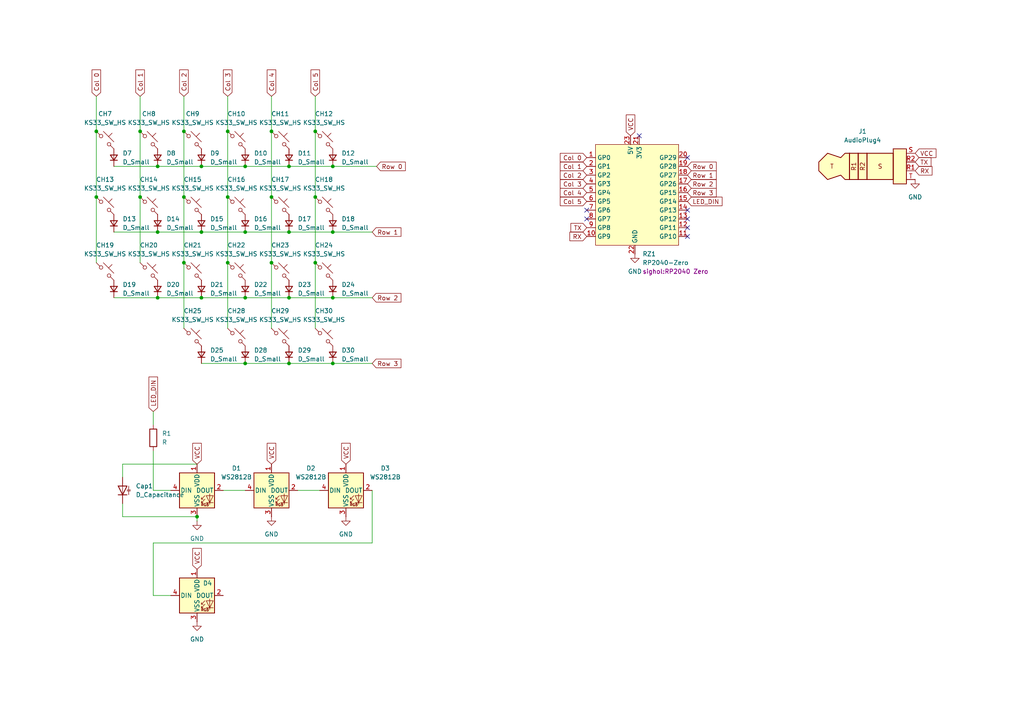
<source format=kicad_sch>
(kicad_sch (version 20250114) (generator "eeschema") (generator_version "9.0")
  (paper "A4")
  (lib_symbols
    (symbol "Connector_Audio:AudioPlug4"
      (property "Reference" "J" (at 10.16 5.08 0))
      (property "Value" "AudioPlug4" (at 11.43 -7.62 0))
      (symbol "AudioPlug4_0_0"
        (text "T" (at -8.89 -1.27 0) (effects (font (size 1.27 1.27))))
        (text "R1" (at -2.54 -1.27 900) (effects (font (size 1.27 1.27))))
        (text "R2" (at 0 -1.27 900) (effects (font (size 1.27 1.27))))
        (text "S" (at 5.08 -1.27 0) (effects (font (size 1.27 1.27))))
      )
      (symbol "AudioPlug4_0_1"
        (polyline (pts (xy -3.81 2.54) (xy -5.08 2.54) (xy -6.35 1.27) (xy -10.16 2.54) (xy -12.7 0) (xy -12.7 -2.54) (xy -10.16 -5.08) (xy -6.35 -3.81) (xy -5.08 -5.08) (xy -3.81 -5.08) (xy -3.81 2.54)) (stroke (width 0.254)) (fill (type background)))
        (rectangle (start -1.27 2.54) (end -3.81 -5.08) (stroke (width 0.254)) (fill (type background)))
        (rectangle (start 1.27 2.54) (end -1.27 -5.08) (stroke (width 0.254)) (fill (type background)))
        (rectangle (start 1.27 2.54) (end 8.89 -5.08) (stroke (width 0.254)) (fill (type background)))
        (rectangle (start 12.7 3.81) (end 8.89 -6.35) (stroke (width 0.254)) (fill (type background)))
      )
      (symbol "AudioPlug4_1_1"
        (pin passive line (at 15.24 2.54 180) (length 2.54) (name "~") (number "S"))
        (pin passive line (at 15.24 0 180) (length 2.54) (name "~") (number "R2"))
        (pin passive line (at 15.24 -2.54 180) (length 2.54) (name "~") (number "R1"))
        (pin passive line (at 15.24 -5.08 180) (length 2.54) (name "~") (number "T"))
      )
    )
    (symbol "Device:D_Capacitance" (pin_numbers (hide yes)) (pin_names (offset 1.016) (hide yes))
      (property "Reference" "D" (at 0 2.54 0))
      (property "Value" "D_Capacitance" (at 0 -3.302 0))
      (symbol "D_Capacitance_0_1"
        (polyline (pts (xy -1.27 1.27) (xy -1.27 -1.27)) (stroke (width 0.254)))
        (polyline (pts (xy -1.27 0) (xy 1.27 0)))
        (polyline (pts (xy -1.27 -1.778) (xy -0.1524 -1.778)))
        (polyline (pts (xy -0.1524 -1.27) (xy -0.1524 -2.286)))
        (polyline (pts (xy 0.1524 -1.27) (xy 0.1524 -2.286)))
        (polyline (pts (xy 0.1524 -1.778) (xy 1.27 -1.778)))
        (polyline (pts (xy 1.27 1.27) (xy 1.27 -1.27) (xy -1.27 0) (xy 1.27 1.27)) (stroke (width 0.254)))
      )
      (symbol "D_Capacitance_1_1"
        (pin passive line (at -3.81 0 0) (length 2.54) (name "K") (number "1"))
        (pin passive line (at 3.81 0 180) (length 2.54) (name "A") (number "2"))
      )
    )
    (symbol "Device:D_Small" (pin_numbers (hide yes)) (pin_names (offset 0.254) (hide yes))
      (property "Reference" "D" (at -1.27 2.032 0))
      (property "Value" "D_Small" (at -3.81 -2.032 0))
      (symbol "D_Small_0_1"
        (polyline (pts (xy -0.762 0) (xy 0.762 0)))
        (polyline (pts (xy -0.762 -1.016) (xy -0.762 1.016)) (stroke (width 0.254)))
        (polyline (pts (xy 0.762 -1.016) (xy -0.762 0) (xy 0.762 1.016) (xy 0.762 -1.016)) (stroke (width 0.254)))
      )
      (symbol "D_Small_1_1"
        (pin passive line (at -2.54 0 0) (length 1.778) (name "K") (number "1"))
        (pin passive line (at 2.54 0 180) (length 1.778) (name "A") (number "2"))
      )
    )
    (symbol "Device:R" (pin_numbers (hide yes)) (pin_names (offset 0))
      (property "Reference" "R" (at 2.032 0 90))
      (property "Value" "R" (at 0 0 90))
      (symbol "R_0_1"
        (rectangle (start -1.016 -2.54) (end 1.016 2.54) (stroke (width 0.254)))
      )
      (symbol "R_1_1"
        (pin passive line (at 0 3.81 270) (length 1.27) (name "~") (number "1"))
        (pin passive line (at 0 -3.81 90) (length 1.27) (name "~") (number "2"))
      )
    )
    (symbol "LED:WS2812B" (pin_names (offset 0.254))
      (property "Reference" "D" (at 5.08 5.715 0))
      (property "Value" "WS2812B" (at 1.27 -5.715 0))
      (symbol "WS2812B_0_0"
        (text "RGB" (at 2.286 -4.191 0) (effects (font (size 0.762 0.762))))
      )
      (symbol "WS2812B_0_1"
        (polyline (pts (xy 1.27 -2.54) (xy 1.778 -2.54)))
        (polyline (pts (xy 1.27 -3.556) (xy 1.778 -3.556)))
        (polyline (pts (xy 2.286 -1.524) (xy 1.27 -2.54) (xy 1.27 -2.032)))
        (polyline (pts (xy 2.286 -2.54) (xy 1.27 -3.556) (xy 1.27 -3.048)))
        (polyline (pts (xy 3.683 -1.016) (xy 3.683 -3.556) (xy 3.683 -4.064)))
        (polyline (pts (xy 4.699 -1.524) (xy 2.667 -1.524) (xy 3.683 -3.556) (xy 4.699 -1.524)))
        (polyline (pts (xy 4.699 -3.556) (xy 2.667 -3.556)))
        (rectangle (start 5.08 5.08) (end -5.08 -5.08) (stroke (width 0.254)) (fill (type background)))
      )
      (symbol "WS2812B_1_1"
        (pin input line (at -7.62 0 0) (length 2.54) (name "DIN") (number "4"))
        (pin power_in line (at 0 7.62 270) (length 2.54) (name "VDD") (number "1"))
        (pin power_in line (at 0 -7.62 90) (length 2.54) (name "VSS") (number "3"))
        (pin output line (at 7.62 0 180) (length 2.54) (name "DOUT") (number "2"))
      )
    )
    (symbol "PCM_marbastlib-gateron_lp:KS33_SW_HS_KS-2P02B01-02" (pin_numbers (hide yes)) (pin_names (offset 1.016) (hide yes))
      (property "Reference" "CH" (at 3.048 1.016 0))
      (property "Value" "KS33_SW_HS" (at 0 -3.81 0))
      (symbol "KS33_SW_HS_KS-2P02B01-02_0_1"
        (polyline (pts (xy -2.54 2.54) (xy -1.524 1.524) (xy -1.524 1.524)))
        (circle (center -1.1684 1.1684) (radius 0.508))
        (polyline (pts (xy -0.508 2.54) (xy 2.54 -0.508)))
        (polyline (pts (xy 1.016 1.016) (xy 2.032 2.032)))
        (circle (center 1.143 -1.1938) (radius 0.508))
        (polyline (pts (xy 1.524 -1.524) (xy 2.54 -2.54) (xy 2.54 -2.54) (xy 2.54 -2.54)))
        (pin passive line (at -2.54 2.54 0) (length 0) (name "1") (number "1"))
        (pin passive line (at 2.54 -2.54 180) (length 0) (name "2") (number "2"))
      )
    )
    (symbol "power:GND" (power) (pin_numbers (hide yes)) (pin_names (offset 0) (hide yes))
      (property "Value" "GND" (at 0 -3.81 0))
      (symbol "GND_0_1"
        (polyline (pts (xy 0 0) (xy 0 -1.27) (xy 1.27 -1.27) (xy 0 -2.54) (xy -1.27 -1.27) (xy 0 -1.27)))
      )
      (symbol "GND_1_1"
        (pin power_in line (at 0 0 270) (length 0) (name "~") (number "1"))
      )
    )
    (symbol "sighol:RP2040-Zero"
      (property "Reference" "RZ" (at 0 0 0))
      (property "Value" "RP2040-Zero" (at 0 -2.54 0))
      (property "Footprint" "RP2040-Zero:RP2040-Zero" (at 0 0 0))
      (symbol "RP2040-Zero_0_1"
        (rectangle (start -11.43 13.97) (end 12.7 -15.24) (fill (type background)))
      )
      (symbol "RP2040-Zero_1_1"
        (pin bidirectional line (at -13.97 10.16 0) (length 2.54) (name "GP0") (number "1"))
        (pin bidirectional line (at -13.97 7.62 0) (length 2.54) (name "GP1") (number "2"))
        (pin bidirectional line (at -13.97 5.08 0) (length 2.54) (name "GP2") (number "3"))
        (pin bidirectional line (at -13.97 2.54 0) (length 2.54) (name "GP3") (number "4"))
        (pin bidirectional line (at -13.97 0 0) (length 2.54) (name "GP4") (number "5"))
        (pin bidirectional line (at -13.97 -2.54 0) (length 2.54) (name "GP5") (number "6"))
        (pin bidirectional line (at -13.97 -5.08 0) (length 2.54) (name "GP6") (number "7"))
        (pin bidirectional line (at -13.97 -7.62 0) (length 2.54) (name "GP7") (number "8"))
        (pin bidirectional line (at -13.97 -10.16 0) (length 2.54) (name "GP8") (number "9"))
        (pin bidirectional line (at -13.97 -12.7 0) (length 2.54) (name "GP9") (number "10"))
        (pin power_in line (at -1.27 16.51 270) (length 2.54) (name "5V") (number "23"))
        (pin power_in line (at 0 -17.78 90) (length 2.54) (name "GND") (number "22"))
        (pin power_in line (at 1.27 16.51 270) (length 2.54) (name "3V3") (number "21"))
        (pin bidirectional line (at 15.24 10.16 180) (length 2.54) (name "GP29") (number "20"))
        (pin bidirectional line (at 15.24 7.62 180) (length 2.54) (name "GP28") (number "19"))
        (pin bidirectional line (at 15.24 5.08 180) (length 2.54) (name "GP27") (number "18"))
        (pin bidirectional line (at 15.24 2.54 180) (length 2.54) (name "GP26") (number "17"))
        (pin bidirectional line (at 15.24 0 180) (length 2.54) (name "GP15") (number "16"))
        (pin bidirectional line (at 15.24 -2.54 180) (length 2.54) (name "GP14") (number "15"))
        (pin bidirectional line (at 15.24 -5.08 180) (length 2.54) (name "GP13") (number "14"))
        (pin bidirectional line (at 15.24 -7.62 180) (length 2.54) (name "GP12") (number "13"))
        (pin bidirectional line (at 15.24 -10.16 180) (length 2.54) (name "GP11") (number "12"))
        (pin bidirectional line (at 15.24 -12.7 180) (length 2.54) (name "GP10") (number "11"))
      )
    )
  )
  (junction (at 71.12 48.26))
  (junction (at 45.72 86.36))
  (junction (at 27.94 38.1))
  (junction (at 96.52 48.26))
  (junction (at 91.44 76.2))
  (junction (at 58.42 48.26))
  (junction (at 91.44 57.15))
  (junction (at 58.42 86.36))
  (junction (at 66.04 76.2))
  (junction (at 71.12 86.36))
  (junction (at 78.74 76.2))
  (junction (at 53.34 38.1))
  (junction (at 83.82 105.41))
  (junction (at 83.82 48.26))
  (junction (at 58.42 67.31))
  (junction (at 57.15 149.86))
  (junction (at 66.04 38.1))
  (junction (at 45.72 48.26))
  (junction (at 83.82 86.36))
  (junction (at 96.52 105.41))
  (junction (at 40.64 57.15))
  (junction (at 53.34 57.15))
  (junction (at 27.94 57.15))
  (junction (at 40.64 38.1))
  (junction (at 96.52 67.31))
  (junction (at 78.74 38.1))
  (junction (at 91.44 38.1))
  (junction (at 53.34 76.2))
  (junction (at 45.72 67.31))
  (junction (at 66.04 57.15))
  (junction (at 78.74 57.15))
  (junction (at 71.12 105.41))
  (junction (at 71.12 67.31))
  (junction (at 83.82 67.31))
  (junction (at 96.52 86.36))
  (no_connect (at 185.42 39.37))
  (no_connect (at 199.39 68.58))
  (no_connect (at 199.39 63.5))
  (no_connect (at 170.18 60.96))
  (no_connect (at 170.18 63.5))
  (no_connect (at 199.39 66.04))
  (no_connect (at 199.39 60.96))
  (no_connect (at 199.39 45.72))
  (wire (pts (xy 58.42 86.36) (xy 71.12 86.36)))
  (wire (pts (xy 83.82 48.26) (xy 96.52 48.26)))
  (wire (pts (xy 66.04 76.2) (xy 66.04 95.25)))
  (wire (pts (xy 96.52 105.41) (xy 107.95 105.41)))
  (wire (pts (xy 44.45 123.19) (xy 44.45 119.38)))
  (wire (pts (xy 107.95 157.48) (xy 44.45 157.48)))
  (wire (pts (xy 83.82 67.31) (xy 96.52 67.31)))
  (wire (pts (xy 86.36 142.24) (xy 92.71 142.24)))
  (wire (pts (xy 66.04 27.94) (xy 66.04 38.1)))
  (wire (pts (xy 91.44 57.15) (xy 91.44 76.2)))
  (wire (pts (xy 40.64 57.15) (xy 40.64 76.2)))
  (wire (pts (xy 71.12 86.36) (xy 83.82 86.36)))
  (wire (pts (xy 91.44 76.2) (xy 91.44 95.25)))
  (wire (pts (xy 58.42 67.31) (xy 71.12 67.31)))
  (wire (pts (xy 27.94 38.1) (xy 27.94 57.15)))
  (wire (pts (xy 66.04 57.15) (xy 66.04 76.2)))
  (wire (pts (xy 78.74 57.15) (xy 78.74 76.2)))
  (wire (pts (xy 40.64 38.1) (xy 40.64 57.15)))
  (wire (pts (xy 91.44 27.94) (xy 91.44 38.1)))
  (wire (pts (xy 27.94 57.15) (xy 27.94 76.2)))
  (wire (pts (xy 78.74 38.1) (xy 78.74 57.15)))
  (wire (pts (xy 96.52 67.31) (xy 107.95 67.31)))
  (wire (pts (xy 57.15 134.62) (xy 35.56 134.62)))
  (wire (pts (xy 66.04 38.1) (xy 66.04 57.15)))
  (wire (pts (xy 33.02 86.36) (xy 45.72 86.36)))
  (wire (pts (xy 96.52 48.26) (xy 109.22 48.26)))
  (wire (pts (xy 35.56 134.62) (xy 35.56 138.43)))
  (wire (pts (xy 27.94 27.94) (xy 27.94 38.1)))
  (wire (pts (xy 96.52 86.36) (xy 107.95 86.36)))
  (wire (pts (xy 45.72 86.36) (xy 58.42 86.36)))
  (wire (pts (xy 35.56 149.86) (xy 57.15 149.86)))
  (wire (pts (xy 58.42 105.41) (xy 71.12 105.41)))
  (wire (pts (xy 78.74 27.94) (xy 78.74 38.1)))
  (wire (pts (xy 53.34 76.2) (xy 53.34 95.25)))
  (wire (pts (xy 33.02 48.26) (xy 45.72 48.26)))
  (wire (pts (xy 53.34 27.94) (xy 53.34 38.1)))
  (wire (pts (xy 44.45 130.81) (xy 44.45 142.24)))
  (wire (pts (xy 58.42 48.26) (xy 71.12 48.26)))
  (wire (pts (xy 71.12 67.31) (xy 83.82 67.31)))
  (wire (pts (xy 71.12 105.41) (xy 83.82 105.41)))
  (wire (pts (xy 64.77 142.24) (xy 71.12 142.24)))
  (wire (pts (xy 83.82 86.36) (xy 96.52 86.36)))
  (wire (pts (xy 91.44 38.1) (xy 91.44 57.15)))
  (wire (pts (xy 83.82 105.41) (xy 96.52 105.41)))
  (wire (pts (xy 45.72 67.31) (xy 58.42 67.31)))
  (wire (pts (xy 53.34 38.1) (xy 53.34 57.15)))
  (wire (pts (xy 53.34 57.15) (xy 53.34 76.2)))
  (wire (pts (xy 78.74 76.2) (xy 78.74 95.25)))
  (wire (pts (xy 44.45 142.24) (xy 49.53 142.24)))
  (wire (pts (xy 71.12 48.26) (xy 83.82 48.26)))
  (wire (pts (xy 107.95 142.24) (xy 107.95 157.48)))
  (wire (pts (xy 45.72 48.26) (xy 58.42 48.26)))
  (wire (pts (xy 33.02 67.31) (xy 45.72 67.31)))
  (wire (pts (xy 44.45 157.48) (xy 44.45 172.72)))
  (wire (pts (xy 40.64 27.94) (xy 40.64 38.1)))
  (wire (pts (xy 35.56 146.05) (xy 35.56 149.86)))
  (wire (pts (xy 44.45 172.72) (xy 49.53 172.72)))
  (wire (pts (xy 57.15 149.86) (xy 57.15 151.13)))
  (global_label "Col 1" (shape input) (at 40.64 27.94 90) (property "Intersheetrefs" "${INTERSHEET_REFS}" (effects (hide yes))))
  (global_label "Col 1" (shape input) (at 170.18 48.26 180) (property "Intersheetrefs" "${INTERSHEET_REFS}" (effects (hide yes))))
  (global_label "Row 0" (shape input) (at 199.39 48.26 0) (property "Intersheetrefs" "${INTERSHEET_REFS}" (effects (hide yes))))
  (global_label "TX" (shape input) (at 170.18 66.04 180) (property "Intersheetrefs" "${INTERSHEET_REFS}" (effects (hide yes))))
  (global_label "Col 0" (shape input) (at 27.94 27.94 90) (property "Intersheetrefs" "${INTERSHEET_REFS}" (effects (hide yes))))
  (global_label "Col 2" (shape input) (at 170.18 50.8 180) (property "Intersheetrefs" "${INTERSHEET_REFS}" (effects (hide yes))))
  (global_label "VCC" (shape input) (at 265.43 44.45 0) (property "Intersheetrefs" "${INTERSHEET_REFS}" (effects (hide yes))))
  (global_label "Row 3" (shape input) (at 107.95 105.41 0) (property "Intersheetrefs" "${INTERSHEET_REFS}" (effects (hide yes))))
  (global_label "Row 2" (shape input) (at 107.95 86.36 0) (property "Intersheetrefs" "${INTERSHEET_REFS}" (effects (hide yes))))
  (global_label "Col 3" (shape input) (at 170.18 53.34 180) (property "Intersheetrefs" "${INTERSHEET_REFS}" (effects (hide yes))))
  (global_label "VCC" (shape input) (at 182.88 39.37 90) (property "Intersheetrefs" "${INTERSHEET_REFS}" (effects (hide yes))))
  (global_label "Row 0" (shape input) (at 109.22 48.26 0) (property "Intersheetrefs" "${INTERSHEET_REFS}" (effects (hide yes))))
  (global_label "TX" (shape input) (at 265.43 46.99 0) (property "Intersheetrefs" "${INTERSHEET_REFS}" (effects (hide yes))))
  (global_label "Row 3" (shape input) (at 199.39 55.88 0) (property "Intersheetrefs" "${INTERSHEET_REFS}" (effects (hide yes))))
  (global_label "Col 4" (shape input) (at 170.18 55.88 180) (property "Intersheetrefs" "${INTERSHEET_REFS}" (effects (hide yes))))
  (global_label "Col 4" (shape input) (at 78.74 27.94 90) (property "Intersheetrefs" "${INTERSHEET_REFS}" (effects (hide yes))))
  (global_label "VCC" (shape input) (at 100.33 134.62 90) (property "Intersheetrefs" "${INTERSHEET_REFS}" (effects (hide yes))))
  (global_label "VCC" (shape input) (at 78.74 134.62 90) (property "Intersheetrefs" "${INTERSHEET_REFS}" (effects (hide yes))))
  (global_label "Col 5" (shape input) (at 170.18 58.42 180) (property "Intersheetrefs" "${INTERSHEET_REFS}" (effects (hide yes))))
  (global_label "Col 2" (shape input) (at 53.34 27.94 90) (property "Intersheetrefs" "${INTERSHEET_REFS}" (effects (hide yes))))
  (global_label "RX" (shape input) (at 265.43 49.53 0) (property "Intersheetrefs" "${INTERSHEET_REFS}" (effects (hide yes))))
  (global_label "Col 3" (shape input) (at 66.04 27.94 90) (property "Intersheetrefs" "${INTERSHEET_REFS}" (effects (hide yes))))
  (global_label "VCC" (shape input) (at 57.15 134.62 90) (property "Intersheetrefs" "${INTERSHEET_REFS}" (effects (hide yes))))
  (global_label "Col 0" (shape input) (at 170.18 45.72 180) (property "Intersheetrefs" "${INTERSHEET_REFS}" (effects (hide yes))))
  (global_label "Col 5" (shape input) (at 91.44 27.94 90) (property "Intersheetrefs" "${INTERSHEET_REFS}" (effects (hide yes))))
  (global_label "Row 1" (shape input) (at 199.39 50.8 0) (property "Intersheetrefs" "${INTERSHEET_REFS}" (effects (hide yes))))
  (global_label "LED_DIN" (shape input) (at 44.45 119.38 90) (property "Intersheetrefs" "${INTERSHEET_REFS}" (effects (hide yes))))
  (global_label "Row 1" (shape input) (at 107.95 67.31 0) (property "Intersheetrefs" "${INTERSHEET_REFS}" (effects (hide yes))))
  (global_label "Row 2" (shape input) (at 199.39 53.34 0) (property "Intersheetrefs" "${INTERSHEET_REFS}" (effects (hide yes))))
  (global_label "RX" (shape input) (at 170.18 68.58 180) (property "Intersheetrefs" "${INTERSHEET_REFS}" (effects (hide yes))))
  (global_label "VCC" (shape input) (at 57.15 165.1 90) (property "Intersheetrefs" "${INTERSHEET_REFS}" (effects (hide yes))))
  (global_label "LED_DIN" (shape input) (at 199.39 58.42 0) (property "Intersheetrefs" "${INTERSHEET_REFS}" (effects (hide yes))))
  (symbol (lib_id "PCM_marbastlib-gateron_lp:KS33_SW_HS_KS-2P02B01-02") (at 68.58 59.69 0) (unit 1)
    (property "Reference" "CH16" (at 68.58 52.07 0))
    (property "Value" "KS33_SW_HS" (at 68.58 54.61 0))
    (property "Footprint" "sighol:Kailh_socket_PG1350 reversible HS-only" (effects (hide yes)))
  )
  (symbol (lib_id "PCM_marbastlib-gateron_lp:KS33_SW_HS_KS-2P02B01-02") (at 30.48 40.64 0) (unit 1)
    (property "Reference" "CH7" (at 30.48 33.02 0))
    (property "Value" "KS33_SW_HS" (at 30.48 35.56 0))
    (property "Footprint" "sighol:Kailh_socket_PG1350 reversible HS-only" (effects (hide yes)))
  )
  (symbol (lib_id "Device:D_Small") (at 83.82 64.77 90) (unit 1)
    (property "Reference" "D17" (at 86.36 63.4999 90) (effects (justify right)))
    (property "Value" "D_Small" (at 86.36 66.0399 90) (effects (justify right)))
    (property "Footprint" "sighol:D_DO-35_SOD27_P7.62mm_Horizontal" (effects (hide yes)))
    (property "Description" "Diode, small symbol" (effects (hide yes)))
    (property "Sim.Device" "D" (effects (hide yes)))
    (property "Sim.Pins" "1=K 2=A" (effects (hide yes)))
  )
  (symbol (lib_id "Connector_Audio:AudioPlug4") (at 250.19 46.99 0) (unit 1)
    (property "Reference" "J1" (at 250.19 38.1 0))
    (property "Value" "AudioPlug4" (at 250.19 40.64 0))
    (property "Footprint" "sighol:TRRS-PJ-320A" (effects (hide yes)))
    (property "Description" "Audio Jack, 4 Poles (TRRS)" (effects (hide yes)))
  )
  (symbol (lib_id "Device:D_Small") (at 96.52 83.82 90) (unit 1)
    (property "Reference" "D24" (at 99.06 82.5499 90) (effects (justify right)))
    (property "Value" "D_Small" (at 99.06 85.0899 90) (effects (justify right)))
    (property "Footprint" "sighol:D_DO-35_SOD27_P7.62mm_Horizontal" (effects (hide yes)))
    (property "Description" "Diode, small symbol" (effects (hide yes)))
    (property "Sim.Device" "D" (effects (hide yes)))
    (property "Sim.Pins" "1=K 2=A" (effects (hide yes)))
  )
  (symbol (lib_id "Device:D_Small") (at 71.12 64.77 90) (unit 1)
    (property "Reference" "D16" (at 73.66 63.4999 90) (effects (justify right)))
    (property "Value" "D_Small" (at 73.66 66.0399 90) (effects (justify right)))
    (property "Footprint" "sighol:D_DO-35_SOD27_P7.62mm_Horizontal" (effects (hide yes)))
    (property "Description" "Diode, small symbol" (effects (hide yes)))
    (property "Sim.Device" "D" (effects (hide yes)))
    (property "Sim.Pins" "1=K 2=A" (effects (hide yes)))
  )
  (symbol (lib_id "PCM_marbastlib-gateron_lp:KS33_SW_HS_KS-2P02B01-02") (at 93.98 40.64 0) (unit 1)
    (property "Reference" "CH12" (at 93.98 33.02 0))
    (property "Value" "KS33_SW_HS" (at 93.98 35.56 0))
    (property "Footprint" "sighol:Kailh_socket_PG1350 reversible HS-only" (effects (hide yes)))
  )
  (symbol (lib_id "PCM_marbastlib-gateron_lp:KS33_SW_HS_KS-2P02B01-02") (at 68.58 78.74 0) (unit 1)
    (property "Reference" "CH22" (at 68.58 71.12 0))
    (property "Value" "KS33_SW_HS" (at 68.58 73.66 0))
    (property "Footprint" "sighol:Kailh_socket_PG1350 reversible HS-only" (effects (hide yes)))
  )
  (symbol (lib_id "power:GND") (at 57.15 180.34 0) (unit 1)
    (property "Reference" "#PWR08" (effects (hide yes)))
    (property "Value" "GND" (at 57.15 185.42 0))
    (property "Description" "Power symbol creates a global label with name \"GND\" , ground" (effects (hide yes)))
  )
  (symbol (lib_id "PCM_marbastlib-gateron_lp:KS33_SW_HS_KS-2P02B01-02") (at 55.88 78.74 0) (unit 1)
    (property "Reference" "CH21" (at 55.88 71.12 0))
    (property "Value" "KS33_SW_HS" (at 55.88 73.66 0))
    (property "Footprint" "sighol:Kailh_socket_PG1350 reversible HS-only" (effects (hide yes)))
  )
  (symbol (lib_id "Device:D_Small") (at 83.82 83.82 90) (unit 1)
    (property "Reference" "D23" (at 86.36 82.5499 90) (effects (justify right)))
    (property "Value" "D_Small" (at 86.36 85.0899 90) (effects (justify right)))
    (property "Footprint" "sighol:D_DO-35_SOD27_P7.62mm_Horizontal" (effects (hide yes)))
    (property "Description" "Diode, small symbol" (effects (hide yes)))
    (property "Sim.Device" "D" (effects (hide yes)))
    (property "Sim.Pins" "1=K 2=A" (effects (hide yes)))
  )
  (symbol (lib_id "Device:D_Small") (at 58.42 83.82 90) (unit 1)
    (property "Reference" "D21" (at 60.96 82.5499 90) (effects (justify right)))
    (property "Value" "D_Small" (at 60.96 85.0899 90) (effects (justify right)))
    (property "Footprint" "sighol:D_DO-35_SOD27_P7.62mm_Horizontal" (effects (hide yes)))
    (property "Description" "Diode, small symbol" (effects (hide yes)))
    (property "Sim.Device" "D" (effects (hide yes)))
    (property "Sim.Pins" "1=K 2=A" (effects (hide yes)))
  )
  (symbol (lib_id "Device:D_Small") (at 45.72 45.72 90) (unit 1)
    (property "Reference" "D8" (at 48.26 44.4499 90) (effects (justify right)))
    (property "Value" "D_Small" (at 48.26 46.9899 90) (effects (justify right)))
    (property "Footprint" "sighol:D_DO-35_SOD27_P7.62mm_Horizontal" (effects (hide yes)))
    (property "Description" "Diode, small symbol" (effects (hide yes)))
    (property "Sim.Device" "D" (effects (hide yes)))
    (property "Sim.Pins" "1=K 2=A" (effects (hide yes)))
  )
  (symbol (lib_id "Device:D_Small") (at 71.12 83.82 90) (unit 1)
    (property "Reference" "D22" (at 73.66 82.5499 90) (effects (justify right)))
    (property "Value" "D_Small" (at 73.66 85.0899 90) (effects (justify right)))
    (property "Footprint" "sighol:D_DO-35_SOD27_P7.62mm_Horizontal" (effects (hide yes)))
    (property "Description" "Diode, small symbol" (effects (hide yes)))
    (property "Sim.Device" "D" (effects (hide yes)))
    (property "Sim.Pins" "1=K 2=A" (effects (hide yes)))
  )
  (symbol (lib_id "PCM_marbastlib-gateron_lp:KS33_SW_HS_KS-2P02B01-02") (at 30.48 59.69 0) (unit 1)
    (property "Reference" "CH13" (at 30.48 52.07 0))
    (property "Value" "KS33_SW_HS" (at 30.48 54.61 0))
    (property "Footprint" "sighol:Kailh_socket_PG1350 reversible HS-only" (effects (hide yes)))
  )
  (symbol (lib_id "LED:WS2812B") (at 78.74 142.24 0) (unit 1)
    (property "Reference" "D2" (at 90.17 135.8198 0))
    (property "Value" "WS2812B" (at 90.17 138.3598 0))
    (property "Footprint" "sighol:LED_WS2812B_PLCC4_5.0x5.0mm_P3.2mm_reversible" (effects (hide yes)))
  )
  (symbol (lib_id "LED:WS2812B") (at 57.15 142.24 0) (unit 1)
    (property "Reference" "D1" (at 68.58 135.8198 0))
    (property "Value" "WS2812B" (at 68.58 138.3598 0))
    (property "Footprint" "sighol:LED_WS2812B_PLCC4_5.0x5.0mm_P3.2mm_reversible" (effects (hide yes)))
  )
  (symbol (lib_id "Device:D_Capacitance") (at 35.56 142.24 90) (unit 1)
    (property "Reference" "Cap1" (at 39.37 140.9699 90) (effects (justify right)))
    (property "Value" "D_Capacitance" (at 39.37 143.5099 90) (effects (justify right)))
    (property "Footprint" "sighol:CP_Radial_D5.0mm_P2.00mm" (effects (hide yes)))
  )
  (symbol (lib_id "PCM_marbastlib-gateron_lp:KS33_SW_HS_KS-2P02B01-02") (at 93.98 97.79 0) (unit 1)
    (property "Reference" "CH30" (at 93.98 90.17 0))
    (property "Value" "KS33_SW_HS" (at 93.98 92.71 0))
    (property "Footprint" "sighol:Kailh_socket_PG1350 reversible HS-only" (effects (hide yes)))
  )
  (symbol (lib_id "power:GND") (at 78.74 149.86 0) (unit 1)
    (property "Reference" "#PWR04" (effects (hide yes)))
    (property "Value" "GND" (at 78.74 154.94 0))
    (property "Description" "Power symbol creates a global label with name \"GND\" , ground" (effects (hide yes)))
  )
  (symbol (lib_id "Device:D_Small") (at 33.02 83.82 90) (unit 1)
    (property "Reference" "D19" (at 35.56 82.5499 90) (effects (justify right)))
    (property "Value" "D_Small" (at 35.56 85.0899 90) (effects (justify right)))
    (property "Footprint" "sighol:D_DO-35_SOD27_P7.62mm_Horizontal" (effects (hide yes)))
    (property "Description" "Diode, small symbol" (effects (hide yes)))
    (property "Sim.Device" "D" (effects (hide yes)))
    (property "Sim.Pins" "1=K 2=A" (effects (hide yes)))
  )
  (symbol (lib_id "PCM_marbastlib-gateron_lp:KS33_SW_HS_KS-2P02B01-02") (at 93.98 59.69 0) (unit 1)
    (property "Reference" "CH18" (at 93.98 52.07 0))
    (property "Value" "KS33_SW_HS" (at 93.98 54.61 0))
    (property "Footprint" "sighol:Kailh_socket_PG1350 reversible HS-only" (effects (hide yes)))
  )
  (symbol (lib_id "Device:D_Small") (at 71.12 102.87 90) (unit 1)
    (property "Reference" "D28" (at 73.66 101.5999 90) (effects (justify right)))
    (property "Value" "D_Small" (at 73.66 104.1399 90) (effects (justify right)))
    (property "Footprint" "sighol:D_DO-35_SOD27_P7.62mm_Horizontal" (effects (hide yes)))
    (property "Description" "Diode, small symbol" (effects (hide yes)))
    (property "Sim.Device" "D" (effects (hide yes)))
    (property "Sim.Pins" "1=K 2=A" (effects (hide yes)))
  )
  (symbol (lib_id "PCM_marbastlib-gateron_lp:KS33_SW_HS_KS-2P02B01-02") (at 81.28 59.69 0) (unit 1)
    (property "Reference" "CH17" (at 81.28 52.07 0))
    (property "Value" "KS33_SW_HS" (at 81.28 54.61 0))
    (property "Footprint" "sighol:Kailh_socket_PG1350 reversible HS-only" (effects (hide yes)))
  )
  (symbol (lib_id "Device:D_Small") (at 33.02 64.77 90) (unit 1)
    (property "Reference" "D13" (at 35.56 63.4999 90) (effects (justify right)))
    (property "Value" "D_Small" (at 35.56 66.0399 90) (effects (justify right)))
    (property "Footprint" "sighol:D_DO-35_SOD27_P7.62mm_Horizontal" (effects (hide yes)))
    (property "Description" "Diode, small symbol" (effects (hide yes)))
    (property "Sim.Device" "D" (effects (hide yes)))
    (property "Sim.Pins" "1=K 2=A" (effects (hide yes)))
  )
  (symbol (lib_id "LED:WS2812B") (at 57.15 172.72 0) (unit 1)
    (property "Reference" "D4" (at 60.198 169.164 0))
    (property "Value" "WS2812B" (effects (hide yes)))
    (property "Footprint" "sighol:LED_WS2812B_PLCC4_5.0x5.0mm_P3.2mm_reversible" (effects (hide yes)))
  )
  (symbol (lib_id "Device:D_Small") (at 83.82 45.72 90) (unit 1)
    (property "Reference" "D11" (at 86.36 44.4499 90) (effects (justify right)))
    (property "Value" "D_Small" (at 86.36 46.9899 90) (effects (justify right)))
    (property "Footprint" "sighol:D_DO-35_SOD27_P7.62mm_Horizontal" (effects (hide yes)))
    (property "Description" "Diode, small symbol" (effects (hide yes)))
    (property "Sim.Device" "D" (effects (hide yes)))
    (property "Sim.Pins" "1=K 2=A" (effects (hide yes)))
  )
  (symbol (lib_id "PCM_marbastlib-gateron_lp:KS33_SW_HS_KS-2P02B01-02") (at 81.28 40.64 0) (unit 1)
    (property "Reference" "CH11" (at 81.28 33.02 0))
    (property "Value" "KS33_SW_HS" (at 81.28 35.56 0))
    (property "Footprint" "sighol:Kailh_socket_PG1350 reversible HS-only" (effects (hide yes)))
  )
  (symbol (lib_id "Device:D_Small") (at 45.72 64.77 90) (unit 1)
    (property "Reference" "D14" (at 48.26 63.4999 90) (effects (justify right)))
    (property "Value" "D_Small" (at 48.26 66.0399 90) (effects (justify right)))
    (property "Footprint" "sighol:D_DO-35_SOD27_P7.62mm_Horizontal" (effects (hide yes)))
    (property "Description" "Diode, small symbol" (effects (hide yes)))
    (property "Sim.Device" "D" (effects (hide yes)))
    (property "Sim.Pins" "1=K 2=A" (effects (hide yes)))
  )
  (symbol (lib_id "PCM_marbastlib-gateron_lp:KS33_SW_HS_KS-2P02B01-02") (at 93.98 78.74 0) (unit 1)
    (property "Reference" "CH24" (at 93.98 71.12 0))
    (property "Value" "KS33_SW_HS" (at 93.98 73.66 0))
    (property "Footprint" "sighol:Kailh_socket_PG1350 reversible HS-only" (effects (hide yes)))
  )
  (symbol (lib_id "PCM_marbastlib-gateron_lp:KS33_SW_HS_KS-2P02B01-02") (at 43.18 78.74 0) (unit 1)
    (property "Reference" "CH20" (at 43.18 71.12 0))
    (property "Value" "KS33_SW_HS" (at 43.18 73.66 0))
    (property "Footprint" "sighol:Kailh_socket_PG1350 reversible HS-only" (effects (hide yes)))
  )
  (symbol (lib_id "PCM_marbastlib-gateron_lp:KS33_SW_HS_KS-2P02B01-02") (at 43.18 40.64 0) (unit 1)
    (property "Reference" "CH8" (at 43.18 33.02 0))
    (property "Value" "KS33_SW_HS" (at 43.18 35.56 0))
    (property "Footprint" "sighol:Kailh_socket_PG1350 reversible HS-only" (effects (hide yes)))
  )
  (symbol (lib_id "Device:D_Small") (at 83.82 102.87 90) (unit 1)
    (property "Reference" "D29" (at 86.36 101.5999 90) (effects (justify right)))
    (property "Value" "D_Small" (at 86.36 104.1399 90) (effects (justify right)))
    (property "Footprint" "sighol:D_DO-35_SOD27_P7.62mm_Horizontal" (effects (hide yes)))
    (property "Description" "Diode, small symbol" (effects (hide yes)))
    (property "Sim.Device" "D" (effects (hide yes)))
    (property "Sim.Pins" "1=K 2=A" (effects (hide yes)))
  )
  (symbol (lib_id "PCM_marbastlib-gateron_lp:KS33_SW_HS_KS-2P02B01-02") (at 43.18 59.69 0) (unit 1)
    (property "Reference" "CH14" (at 43.18 52.07 0))
    (property "Value" "KS33_SW_HS" (at 43.18 54.61 0))
    (property "Footprint" "sighol:Kailh_socket_PG1350 reversible HS-only" (effects (hide yes)))
  )
  (symbol (lib_id "Device:D_Small") (at 71.12 45.72 90) (unit 1)
    (property "Reference" "D10" (at 73.66 44.4499 90) (effects (justify right)))
    (property "Value" "D_Small" (at 73.66 46.9899 90) (effects (justify right)))
    (property "Footprint" "sighol:D_DO-35_SOD27_P7.62mm_Horizontal" (effects (hide yes)))
    (property "Description" "Diode, small symbol" (effects (hide yes)))
    (property "Sim.Device" "D" (effects (hide yes)))
    (property "Sim.Pins" "1=K 2=A" (effects (hide yes)))
  )
  (symbol (lib_id "Device:D_Small") (at 96.52 102.87 90) (unit 1)
    (property "Reference" "D30" (at 99.06 101.5999 90) (effects (justify right)))
    (property "Value" "D_Small" (at 99.06 104.1399 90) (effects (justify right)))
    (property "Footprint" "sighol:D_DO-35_SOD27_P7.62mm_Horizontal" (effects (hide yes)))
    (property "Description" "Diode, small symbol" (effects (hide yes)))
    (property "Sim.Device" "D" (effects (hide yes)))
    (property "Sim.Pins" "1=K 2=A" (effects (hide yes)))
  )
  (symbol (lib_id "PCM_marbastlib-gateron_lp:KS33_SW_HS_KS-2P02B01-02") (at 81.28 97.79 0) (unit 1)
    (property "Reference" "CH29" (at 81.28 90.17 0))
    (property "Value" "KS33_SW_HS" (at 81.28 92.71 0))
    (property "Footprint" "sighol:Kailh_socket_PG1350 reversible HS-only" (effects (hide yes)))
  )
  (symbol (lib_id "PCM_marbastlib-gateron_lp:KS33_SW_HS_KS-2P02B01-02") (at 55.88 97.79 0) (unit 1)
    (property "Reference" "CH25" (at 55.88 90.17 0))
    (property "Value" "KS33_SW_HS" (at 55.88 92.71 0))
    (property "Footprint" "sighol:Kailh_socket_PG1350 reversible HS-only" (effects (hide yes)))
  )
  (symbol (lib_id "Device:D_Small") (at 58.42 64.77 90) (unit 1)
    (property "Reference" "D15" (at 60.96 63.4999 90) (effects (justify right)))
    (property "Value" "D_Small" (at 60.96 66.0399 90) (effects (justify right)))
    (property "Footprint" "sighol:D_DO-35_SOD27_P7.62mm_Horizontal" (effects (hide yes)))
    (property "Description" "Diode, small symbol" (effects (hide yes)))
    (property "Sim.Device" "D" (effects (hide yes)))
    (property "Sim.Pins" "1=K 2=A" (effects (hide yes)))
  )
  (symbol (lib_id "PCM_marbastlib-gateron_lp:KS33_SW_HS_KS-2P02B01-02") (at 68.58 97.79 0) (unit 1)
    (property "Reference" "CH28" (at 68.58 90.17 0))
    (property "Value" "KS33_SW_HS" (at 68.58 92.71 0))
    (property "Footprint" "sighol:Kailh_socket_PG1350 reversible HS-only" (effects (hide yes)))
  )
  (symbol (lib_id "PCM_marbastlib-gateron_lp:KS33_SW_HS_KS-2P02B01-02") (at 55.88 40.64 0) (unit 1)
    (property "Reference" "CH9" (at 55.88 33.02 0))
    (property "Value" "KS33_SW_HS" (at 55.88 35.56 0))
    (property "Footprint" "sighol:Kailh_socket_PG1350 reversible HS-only" (effects (hide yes)))
  )
  (symbol (lib_id "Device:D_Small") (at 45.72 83.82 90) (unit 1)
    (property "Reference" "D20" (at 48.26 82.5499 90) (effects (justify right)))
    (property "Value" "D_Small" (at 48.26 85.0899 90) (effects (justify right)))
    (property "Footprint" "sighol:D_DO-35_SOD27_P7.62mm_Horizontal" (effects (hide yes)))
    (property "Description" "Diode, small symbol" (effects (hide yes)))
    (property "Sim.Device" "D" (effects (hide yes)))
    (property "Sim.Pins" "1=K 2=A" (effects (hide yes)))
  )
  (symbol (lib_id "Device:D_Small") (at 96.52 45.72 90) (unit 1)
    (property "Reference" "D12" (at 99.06 44.4499 90) (effects (justify right)))
    (property "Value" "D_Small" (at 99.06 46.9899 90) (effects (justify right)))
    (property "Footprint" "sighol:D_DO-35_SOD27_P7.62mm_Horizontal" (effects (hide yes)))
    (property "Description" "Diode, small symbol" (effects (hide yes)))
    (property "Sim.Device" "D" (effects (hide yes)))
    (property "Sim.Pins" "1=K 2=A" (effects (hide yes)))
  )
  (symbol (lib_id "power:GND") (at 265.43 52.07 0) (unit 1)
    (property "Reference" "#PWR02" (effects (hide yes)))
    (property "Value" "GND" (at 265.43 57.15 0))
    (property "Description" "Power symbol creates a global label with name \"GND\" , ground" (effects (hide yes)))
  )
  (symbol (lib_id "Device:D_Small") (at 58.42 45.72 90) (unit 1)
    (property "Reference" "D9" (at 60.96 44.4499 90) (effects (justify right)))
    (property "Value" "D_Small" (at 60.96 46.9899 90) (effects (justify right)))
    (property "Footprint" "sighol:D_DO-35_SOD27_P7.62mm_Horizontal" (effects (hide yes)))
    (property "Description" "Diode, small symbol" (effects (hide yes)))
    (property "Sim.Device" "D" (effects (hide yes)))
    (property "Sim.Pins" "1=K 2=A" (effects (hide yes)))
  )
  (symbol (lib_id "PCM_marbastlib-gateron_lp:KS33_SW_HS_KS-2P02B01-02") (at 81.28 78.74 0) (unit 1)
    (property "Reference" "CH23" (at 81.28 71.12 0))
    (property "Value" "KS33_SW_HS" (at 81.28 73.66 0))
    (property "Footprint" "sighol:Kailh_socket_PG1350 reversible HS-only" (effects (hide yes)))
  )
  (symbol (lib_id "Device:D_Small") (at 96.52 64.77 90) (unit 1)
    (property "Reference" "D18" (at 99.06 63.4999 90) (effects (justify right)))
    (property "Value" "D_Small" (at 99.06 66.0399 90) (effects (justify right)))
    (property "Footprint" "sighol:D_DO-35_SOD27_P7.62mm_Horizontal" (effects (hide yes)))
    (property "Description" "Diode, small symbol" (effects (hide yes)))
    (property "Sim.Device" "D" (effects (hide yes)))
    (property "Sim.Pins" "1=K 2=A" (effects (hide yes)))
  )
  (symbol (lib_id "power:GND") (at 100.33 149.86 0) (unit 1)
    (property "Reference" "#PWR05" (effects (hide yes)))
    (property "Value" "GND" (at 100.33 154.94 0))
    (property "Description" "Power symbol creates a global label with name \"GND\" , ground" (effects (hide yes)))
  )
  (symbol (lib_id "PCM_marbastlib-gateron_lp:KS33_SW_HS_KS-2P02B01-02") (at 55.88 59.69 0) (unit 1)
    (property "Reference" "CH15" (at 55.88 52.07 0))
    (property "Value" "KS33_SW_HS" (at 55.88 54.61 0))
    (property "Footprint" "sighol:Kailh_socket_PG1350 reversible HS-only" (effects (hide yes)))
  )
  (symbol (lib_id "Device:D_Small") (at 33.02 45.72 90) (unit 1)
    (property "Reference" "D7" (at 35.56 44.4499 90) (effects (justify right)))
    (property "Value" "D_Small" (at 35.56 46.9899 90) (effects (justify right)))
    (property "Footprint" "sighol:D_DO-35_SOD27_P7.62mm_Horizontal" (effects (hide yes)))
    (property "Description" "Diode, small symbol" (effects (hide yes)))
    (property "Sim.Device" "D" (effects (hide yes)))
    (property "Sim.Pins" "1=K 2=A" (effects (hide yes)))
  )
  (symbol (lib_id "PCM_marbastlib-gateron_lp:KS33_SW_HS_KS-2P02B01-02") (at 68.58 40.64 0) (unit 1)
    (property "Reference" "CH10" (at 68.58 33.02 0))
    (property "Value" "KS33_SW_HS" (at 68.58 35.56 0))
    (property "Footprint" "sighol:Kailh_socket_PG1350 reversible HS-only" (effects (hide yes)))
  )
  (symbol (lib_id "PCM_marbastlib-gateron_lp:KS33_SW_HS_KS-2P02B01-02") (at 30.48 78.74 0) (unit 1)
    (property "Reference" "CH19" (at 30.48 71.12 0))
    (property "Value" "KS33_SW_HS" (at 30.48 73.66 0))
    (property "Footprint" "sighol:Kailh_socket_PG1350 reversible HS-only" (effects (hide yes)))
  )
  (symbol (lib_id "Device:R") (at 44.45 127 0) (unit 1)
    (property "Reference" "R1" (at 46.99 125.7299 0) (effects (justify left)))
    (property "Value" "R" (at 46.99 128.2699 0) (effects (justify left)))
    (property "Footprint" "sighol:R_Axial_DIN0207_L6.3mm_D2.5mm_P7.62mm_Horizontal" (effects (hide yes)))
  )
  (symbol (lib_id "power:GND") (at 57.15 151.13 0) (unit 1)
    (property "Reference" "#PWR03" (effects (hide yes)))
    (property "Value" "GND" (at 57.15 156.21 0))
    (property "Description" "Power symbol creates a global label with name \"GND\" , ground" (effects (hide yes)))
  )
  (symbol (lib_id "sighol:RP2040-Zero") (at 184.15 55.88 0) (unit 1)
    (property "Reference" "RZ1" (at 186.3441 73.66 0) (effects (justify left)))
    (property "Value" "RP2040-Zero" (at 186.3441 76.2 0) (effects (justify left)))
    (property "Footprint" "sighol:RP2040 Zero" (at 186.3441 78.74 0) (effects (justify left)))
  )
  (symbol (lib_id "LED:WS2812B") (at 100.33 142.24 0) (unit 1)
    (property "Reference" "D3" (at 111.76 135.8198 0))
    (property "Value" "WS2812B" (at 111.76 138.3598 0))
    (property "Footprint" "sighol:LED_WS2812B_PLCC4_5.0x5.0mm_P3.2mm_reversible" (effects (hide yes)))
  )
  (symbol (lib_id "Device:D_Small") (at 58.42 102.87 90) (unit 1)
    (property "Reference" "D25" (at 60.96 101.5999 90) (effects (justify right)))
    (property "Value" "D_Small" (at 60.96 104.1399 90) (effects (justify right)))
    (property "Footprint" "sighol:D_DO-35_SOD27_P7.62mm_Horizontal" (effects (hide yes)))
    (property "Description" "Diode, small symbol" (effects (hide yes)))
    (property "Sim.Device" "D" (effects (hide yes)))
    (property "Sim.Pins" "1=K 2=A" (effects (hide yes)))
  )
  (symbol (lib_id "power:GND") (at 184.15 73.66 0) (unit 1)
    (property "Reference" "#PWR01" (effects (hide yes)))
    (property "Value" "GND" (at 184.15 78.74 0))
    (property "Description" "Power symbol creates a global label with name \"GND\" , ground" (effects (hide yes)))
  )
)
</source>
